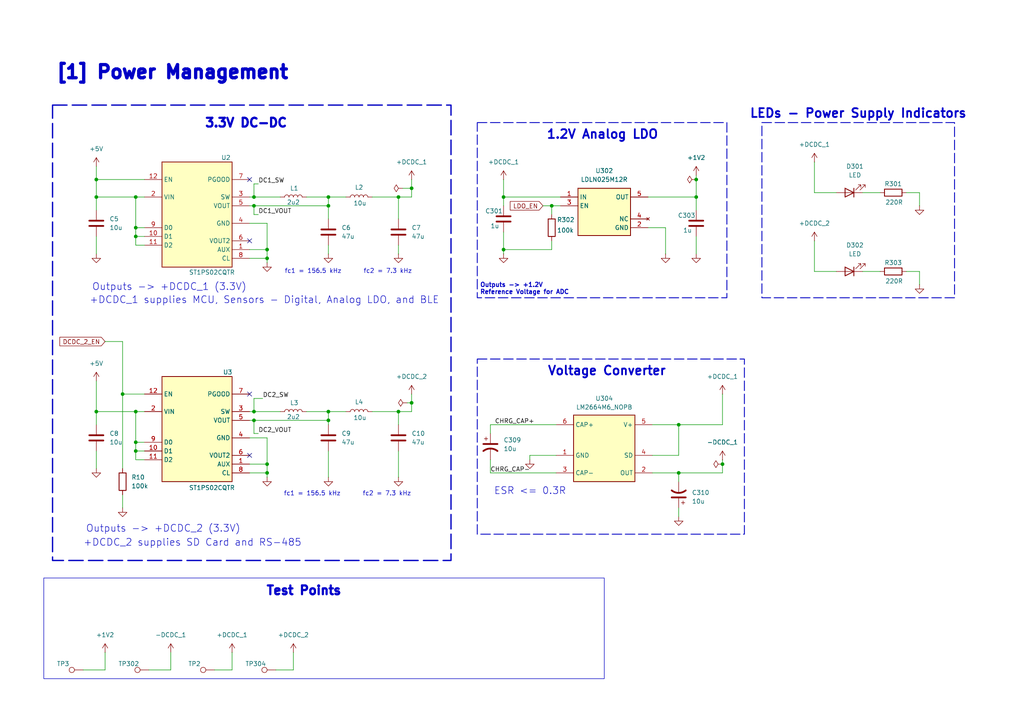
<source format=kicad_sch>
(kicad_sch (version 20231120) (generator "eeschema") (generator_version "8.0")
  (paper "A4")
  (lib_symbols
    (symbol "AMS-CM:ST1PS02CQTR"
      (property "Reference" "U" (at 8.89 16.256 0))
      (property "Value" "ST1PS02CQTR" (at 3.81 -17.78 0))
      (symbol "ST1PS02CQTR_1_1"
        (rectangle (start -10.16 13.97) (end 10.16 -16.51) (stroke (width 0.254)) (fill (type background)))
        (pin passive line (at 15.24 -11.43 180) (length 5.08) (name "AUX") (number "1"))
        (pin passive line (at -15.24 -7.62 0) (length 5.08) (name "D1") (number "10"))
        (pin passive line (at -15.24 -10.16 0) (length 5.08) (name "D2") (number "11"))
        (pin passive line (at -15.24 8.89 0) (length 5.08) (name "EN") (number "12"))
        (pin passive line (at -15.24 3.81 0) (length 5.08) (name "VIN") (number "2"))
        (pin passive line (at 15.24 3.81 180) (length 5.08) (name "SW") (number "3"))
        (pin passive line (at 15.24 -3.81 180) (length 5.08) (name "GND") (number "4"))
        (pin passive line (at 15.24 1.27 180) (length 5.08) (name "VOUT") (number "5"))
        (pin passive line (at 15.24 -8.89 180) (length 5.08) (name "VOUT2") (number "6"))
        (pin passive line (at 15.24 8.89 180) (length 5.08) (name "PGOOD") (number "7"))
        (pin passive line (at 15.24 -13.97 180) (length 5.08) (name "CL") (number "8"))
        (pin passive line (at -15.24 -5.08 0) (length 5.08) (name "D0") (number "9"))
      )
    )
    (symbol "Connector:TestPoint" (pin_numbers hide) (pin_names (offset 0.762) hide)
      (property "Reference" "TP" (at 0 6.858 0))
      (property "Value" "TestPoint" (at 0 5.08 0))
      (symbol "TestPoint_0_1"
        (circle (center 0 3.302) (radius 0.762))
      )
      (symbol "TestPoint_1_1"
        (pin passive line (at 0 0 90) (length 2.54) (name "1") (number "1"))
      )
    )
    (symbol "Device:C" (pin_numbers hide) (pin_names (offset 0.254))
      (property "Reference" "C" (at 0.635 2.54 0))
      (property "Value" "C" (at 0.635 -2.54 0))
      (symbol "C_0_1"
        (polyline (pts (xy -2.032 -0.762) (xy 2.032 -0.762)) (stroke (width 0.508)))
        (polyline (pts (xy -2.032 0.762) (xy 2.032 0.762)) (stroke (width 0.508)))
      )
      (symbol "C_1_1"
        (pin passive line (at 0 3.81 270) (length 2.794) (name "~") (number "1"))
        (pin passive line (at 0 -3.81 90) (length 2.794) (name "~") (number "2"))
      )
    )
    (symbol "Device:C_Polarized_US" (pin_numbers hide) (pin_names (offset 0.254) hide)
      (property "Reference" "C" (at 0.635 2.54 0))
      (property "Value" "C_Polarized_US" (at 0.635 -2.54 0))
      (symbol "C_Polarized_US_0_1"
        (polyline (pts (xy -2.032 0.762) (xy 2.032 0.762)) (stroke (width 0.508)))
        (polyline (pts (xy -1.778 2.286) (xy -0.762 2.286)))
        (polyline (pts (xy -1.27 1.778) (xy -1.27 2.794)))
        (arc (start 2.032 -1.27) (mid 0 -0.5572) (end -2.032 -1.27) (stroke (width 0.508)))
      )
      (symbol "C_Polarized_US_1_1"
        (pin passive line (at 0 3.81 270) (length 2.794) (name "~") (number "1"))
        (pin passive line (at 0 -3.81 90) (length 3.302) (name "~") (number "2"))
      )
    )
    (symbol "Device:L" (pin_numbers hide) (pin_names (offset 1.016) hide)
      (property "Reference" "L" (at -1.27 0 90))
      (property "Value" "L" (at 1.905 0 90))
      (symbol "L_0_1"
        (arc (start 0 -2.54) (mid 0.6323 -1.905) (end 0 -1.27))
        (arc (start 0 -1.27) (mid 0.6323 -0.635) (end 0 0))
        (arc (start 0 0) (mid 0.6323 0.635) (end 0 1.27))
        (arc (start 0 1.27) (mid 0.6323 1.905) (end 0 2.54))
      )
      (symbol "L_1_1"
        (pin passive line (at 0 3.81 270) (length 1.27) (name "1") (number "1"))
        (pin passive line (at 0 -3.81 90) (length 1.27) (name "2") (number "2"))
      )
    )
    (symbol "Device:LED" (pin_numbers hide) (pin_names (offset 1.016) hide)
      (property "Reference" "D" (at 0 2.54 0))
      (property "Value" "LED" (at 0 -2.54 0))
      (symbol "LED_0_1"
        (polyline (pts (xy -1.27 -1.27) (xy -1.27 1.27)) (stroke (width 0.254)))
        (polyline (pts (xy -1.27 0) (xy 1.27 0)))
        (polyline (pts (xy 1.27 -1.27) (xy 1.27 1.27) (xy -1.27 0) (xy 1.27 -1.27)) (stroke (width 0.254)))
        (polyline (pts (xy -3.048 -0.762) (xy -4.572 -2.286) (xy -3.81 -2.286) (xy -4.572 -2.286) (xy -4.572 -1.524)))
        (polyline (pts (xy -1.778 -0.762) (xy -3.302 -2.286) (xy -2.54 -2.286) (xy -3.302 -2.286) (xy -3.302 -1.524)))
      )
      (symbol "LED_1_1"
        (pin passive line (at -3.81 0 0) (length 2.54) (name "K") (number "1"))
        (pin passive line (at 3.81 0 180) (length 2.54) (name "A") (number "2"))
      )
    )
    (symbol "Device:R" (pin_numbers hide) (pin_names (offset 0))
      (property "Reference" "R" (at 2.032 0 90))
      (property "Value" "R" (at 0 0 90))
      (symbol "R_0_1"
        (rectangle (start -1.016 -2.54) (end 1.016 2.54) (stroke (width 0.254)))
      )
      (symbol "R_1_1"
        (pin passive line (at 0 3.81 270) (length 1.27) (name "~") (number "1"))
        (pin passive line (at 0 -3.81 90) (length 1.27) (name "~") (number "2"))
      )
    )
    (symbol "EMS:+1V2" (power) (pin_numbers hide) (pin_names (offset 0) hide) (in_bom no) (on_board no)
      (property "Value" "+1V2" (at 3.048 1.778 0))
      (symbol "+1V2_0_1"
        (polyline (pts (xy 0 2.54) (xy 0.762 1.27)))
        (polyline (pts (xy 0 0) (xy 0 2.54) (xy -0.762 1.27)))
      )
      (symbol "+1V2_1_1"
        (pin power_in line (at 0 0 90) (length 0) (name "~") (number "1"))
      )
    )
    (symbol "EMS:+DCDC_1" (power) (pin_numbers hide) (pin_names (offset 0) hide) (in_bom no) (on_board no)
      (property "Value" "+DCDC_1" (at -0.254 3.556 0))
      (symbol "+DCDC_1_0_1"
        (polyline (pts (xy 0 2.54) (xy 0.762 1.27)))
        (polyline (pts (xy 0 0) (xy 0 2.54) (xy -0.762 1.27)))
      )
      (symbol "+DCDC_1_1_1"
        (pin power_in line (at 0 0 90) (length 0) (name "~") (number "1"))
      )
    )
    (symbol "EMS:+DCDC_2" (power) (pin_numbers hide) (pin_names (offset 0) hide) (in_bom no) (on_board no)
      (property "Value" "+DCDC_2" (at 0 3.302 0))
      (symbol "+DCDC_2_0_1"
        (polyline (pts (xy 0 2.54) (xy 0.762 1.27)))
        (polyline (pts (xy 0 0) (xy 0 2.54) (xy -0.762 1.27)))
      )
      (symbol "+DCDC_2_1_1"
        (pin power_in line (at 0 0 90) (length 0) (name "~") (number "1"))
      )
    )
    (symbol "EMS:-DCDC_1" (power) (pin_numbers hide) (pin_names (offset 0) hide) (in_bom no) (on_board no)
      (property "Value" "-DCDC_1" (at -0.254 3.556 0))
      (symbol "-DCDC_1_0_1"
        (polyline (pts (xy 0 2.54) (xy 0.762 1.27)))
        (polyline (pts (xy 0 0) (xy 0 2.54) (xy -0.762 1.27)))
      )
      (symbol "-DCDC_1_1_1"
        (pin power_in line (at 0 0 90) (length 0) (name "~") (number "1"))
      )
    )
    (symbol "EMS:LDLN025M12R"
      (property "Reference" "U" (at 5.588 8.382 0))
      (property "Value" "LDLN025M12R" (at 2.794 -8.382 0))
      (symbol "LDLN025M12R_1_1"
        (rectangle (start -7.62 6.35) (end 7.62 -7.366) (stroke (width 0.254)) (fill (type background)))
        (pin passive line (at -12.7 3.81 0) (length 5.08) (name "IN") (number "1"))
        (pin passive line (at 12.7 -5.08 180) (length 5.08) (name "GND") (number "2"))
        (pin passive line (at -12.7 1.27 0) (length 5.08) (name "EN") (number "3"))
        (pin no_connect line (at 12.7 -2.54 180) (length 5.08) (name "NC") (number "4"))
        (pin passive line (at 12.7 3.81 180) (length 5.08) (name "OUT") (number "5"))
      )
    )
    (symbol "EMS:LM2664M6_NOPB"
      (property "Reference" "U" (at 7.366 12.192 0))
      (property "Value" "LM2664M6_NOPB" (at -1.016 -10.16 0))
      (symbol "LM2664M6_NOPB_1_1"
        (rectangle (start -8.89 10.414) (end 8.89 -8.89) (stroke (width 0.254)) (fill (type background)))
        (pin passive line (at -13.97 -1.27 0) (length 5.08) (name "GND") (number "1"))
        (pin passive line (at 13.97 -6.35 180) (length 5.08) (name "OUT") (number "2"))
        (pin passive line (at -13.97 -6.35 0) (length 5.08) (name "CAP-") (number "3"))
        (pin passive line (at 13.97 -1.27 180) (length 5.08) (name "SD") (number "4"))
        (pin passive line (at 13.97 7.62 180) (length 5.08) (name "V+") (number "5"))
        (pin passive line (at -13.97 7.62 0) (length 5.08) (name "CAP+") (number "6"))
      )
    )
    (symbol "power:+5V" (power) (pin_numbers hide) (pin_names (offset 0) hide)
      (property "Value" "+5V" (at 0 3.556 0))
      (symbol "+5V_0_1"
        (polyline (pts (xy -0.762 1.27) (xy 0 2.54)))
        (polyline (pts (xy 0 0) (xy 0 2.54)))
        (polyline (pts (xy 0 2.54) (xy 0.762 1.27)))
      )
      (symbol "+5V_1_1"
        (pin power_in line (at 0 0 90) (length 0) (name "~") (number "1"))
      )
    )
    (symbol "power:GND" (power) (pin_numbers hide) (pin_names (offset 0) hide)
      (property "Value" "GND" (at 0 -3.81 0))
      (symbol "GND_0_1"
        (polyline (pts (xy 0 0) (xy 0 -1.27) (xy 1.27 -1.27) (xy 0 -2.54) (xy -1.27 -1.27) (xy 0 -1.27)))
      )
      (symbol "GND_1_1"
        (pin power_in line (at 0 0 270) (length 0) (name "~") (number "1"))
      )
    )
    (symbol "power:PWR_FLAG" (power) (pin_numbers hide) (pin_names (offset 0) hide)
      (property "Value" "PWR_FLAG" (at 0 3.81 0))
      (symbol "PWR_FLAG_0_0"
        (pin power_out line (at 0 0 90) (length 0) (name "~") (number "1"))
      )
      (symbol "PWR_FLAG_0_1"
        (polyline (pts (xy 0 0) (xy 0 1.27) (xy -1.016 1.905) (xy 0 2.54) (xy 1.016 1.905) (xy 0 1.27)))
      )
    )
  )
  (junction (at 196.85 123.19))
  (junction (at 27.94 52.07))
  (junction (at 73.66 121.92))
  (junction (at 196.85 137.16))
  (junction (at 39.37 57.15))
  (junction (at 95.25 57.15))
  (junction (at 39.37 128.27))
  (junction (at 73.66 119.38))
  (junction (at 77.47 72.39))
  (junction (at 95.25 121.92))
  (junction (at 77.47 74.93))
  (junction (at 27.94 119.38))
  (junction (at 39.37 66.04))
  (junction (at 95.25 119.38))
  (junction (at 201.93 57.15))
  (junction (at 209.55 134.62))
  (junction (at 73.66 59.69))
  (junction (at 73.66 57.15))
  (junction (at 39.37 68.58))
  (junction (at 119.38 54.61))
  (junction (at 201.93 52.07))
  (junction (at 115.57 119.38))
  (junction (at 115.57 57.15))
  (junction (at 39.37 130.81))
  (junction (at 160.02 59.69))
  (junction (at 146.05 72.39))
  (junction (at 27.94 57.15))
  (junction (at 95.25 59.69))
  (junction (at 35.56 114.3))
  (junction (at 77.47 137.16))
  (junction (at 119.38 116.84))
  (junction (at 146.05 57.15))
  (junction (at 39.37 119.38))
  (junction (at 77.47 134.62))
  (no_connect (at 72.39 114.3))
  (no_connect (at 72.39 132.08))
  (no_connect (at 72.39 52.07))
  (no_connect (at 72.39 69.85))
  (wire (pts (xy 157.48 59.69) (xy 160.02 59.69)))
  (wire (pts (xy 146.05 72.39) (xy 146.05 73.66)))
  (wire (pts (xy 142.24 137.16) (xy 161.29 137.16)))
  (wire (pts (xy 80.01 194.31) (xy 85.09 194.31)))
  (wire (pts (xy 187.96 57.15) (xy 201.93 57.15)))
  (wire (pts (xy 73.66 115.57) (xy 73.66 119.38)))
  (wire (pts (xy 115.57 130.81) (xy 115.57 138.43)))
  (wire (pts (xy 73.66 121.92) (xy 95.25 121.92)))
  (wire (pts (xy 39.37 119.38) (xy 41.91 119.38)))
  (wire (pts (xy 262.89 55.88) (xy 266.7 55.88)))
  (wire (pts (xy 72.39 64.77) (xy 77.47 64.77)))
  (wire (pts (xy 35.56 114.3) (xy 41.91 114.3)))
  (wire (pts (xy 41.91 71.12) (xy 39.37 71.12)))
  (wire (pts (xy 35.56 114.3) (xy 35.56 135.89)))
  (wire (pts (xy 160.02 59.69) (xy 162.56 59.69)))
  (wire (pts (xy 119.38 119.38) (xy 119.38 116.84)))
  (wire (pts (xy 43.18 194.31) (xy 49.53 194.31)))
  (wire (pts (xy 41.91 128.27) (xy 39.37 128.27)))
  (wire (pts (xy 27.94 110.49) (xy 27.94 119.38)))
  (wire (pts (xy 72.39 127) (xy 77.47 127)))
  (wire (pts (xy 30.48 194.31) (xy 30.48 189.23)))
  (wire (pts (xy 85.09 194.31) (xy 85.09 189.23)))
  (wire (pts (xy 72.39 119.38) (xy 73.66 119.38)))
  (wire (pts (xy 41.91 133.35) (xy 39.37 133.35)))
  (wire (pts (xy 209.55 123.19) (xy 209.55 114.3)))
  (wire (pts (xy 146.05 57.15) (xy 162.56 57.15)))
  (wire (pts (xy 142.24 137.16) (xy 142.24 133.35)))
  (wire (pts (xy 77.47 74.93) (xy 77.47 76.2)))
  (wire (pts (xy 39.37 130.81) (xy 39.37 128.27)))
  (wire (pts (xy 72.39 57.15) (xy 73.66 57.15)))
  (wire (pts (xy 76.2 115.57) (xy 73.66 115.57)))
  (wire (pts (xy 41.91 68.58) (xy 39.37 68.58)))
  (wire (pts (xy 187.96 66.04) (xy 193.04 66.04)))
  (wire (pts (xy 262.89 78.74) (xy 266.7 78.74)))
  (wire (pts (xy 39.37 66.04) (xy 39.37 57.15)))
  (wire (pts (xy 73.66 53.34) (xy 73.66 57.15)))
  (wire (pts (xy 41.91 130.81) (xy 39.37 130.81)))
  (wire (pts (xy 73.66 57.15) (xy 81.28 57.15)))
  (wire (pts (xy 27.94 52.07) (xy 41.91 52.07)))
  (wire (pts (xy 196.85 147.32) (xy 196.85 149.86)))
  (wire (pts (xy 73.66 62.23) (xy 73.66 59.69)))
  (wire (pts (xy 201.93 57.15) (xy 201.93 52.07)))
  (wire (pts (xy 161.29 132.08) (xy 153.67 132.08)))
  (wire (pts (xy 77.47 72.39) (xy 77.47 74.93)))
  (wire (pts (xy 250.19 55.88) (xy 255.27 55.88)))
  (wire (pts (xy 119.38 54.61) (xy 119.38 57.15)))
  (wire (pts (xy 95.25 57.15) (xy 100.33 57.15)))
  (wire (pts (xy 142.24 123.19) (xy 142.24 125.73)))
  (wire (pts (xy 160.02 69.85) (xy 160.02 72.39)))
  (wire (pts (xy 189.23 137.16) (xy 196.85 137.16)))
  (wire (pts (xy 201.93 52.07) (xy 201.93 50.8)))
  (wire (pts (xy 242.57 55.88) (xy 236.22 55.88)))
  (wire (pts (xy 72.39 59.69) (xy 73.66 59.69)))
  (wire (pts (xy 209.55 133.35) (xy 209.55 134.62)))
  (wire (pts (xy 77.47 127) (xy 77.47 134.62)))
  (wire (pts (xy 119.38 116.84) (xy 119.38 114.3)))
  (wire (pts (xy 153.67 132.08) (xy 153.67 133.35)))
  (wire (pts (xy 107.95 57.15) (xy 115.57 57.15)))
  (wire (pts (xy 107.95 119.38) (xy 115.57 119.38)))
  (wire (pts (xy 115.57 119.38) (xy 119.38 119.38)))
  (wire (pts (xy 189.23 123.19) (xy 196.85 123.19)))
  (wire (pts (xy 35.56 143.51) (xy 35.56 147.32)))
  (wire (pts (xy 88.9 119.38) (xy 95.25 119.38)))
  (wire (pts (xy 146.05 57.15) (xy 146.05 59.69)))
  (wire (pts (xy 27.94 48.26) (xy 27.94 52.07)))
  (wire (pts (xy 39.37 71.12) (xy 39.37 68.58)))
  (wire (pts (xy 209.55 137.16) (xy 196.85 137.16)))
  (wire (pts (xy 30.48 99.06) (xy 35.56 99.06)))
  (wire (pts (xy 95.25 57.15) (xy 95.25 59.69)))
  (wire (pts (xy 189.23 132.08) (xy 196.85 132.08)))
  (wire (pts (xy 115.57 57.15) (xy 119.38 57.15)))
  (wire (pts (xy 49.53 194.31) (xy 49.53 189.23)))
  (wire (pts (xy 74.93 125.73) (xy 73.66 125.73)))
  (wire (pts (xy 146.05 67.31) (xy 146.05 72.39)))
  (wire (pts (xy 242.57 78.74) (xy 236.22 78.74)))
  (wire (pts (xy 74.93 53.34) (xy 73.66 53.34)))
  (wire (pts (xy 73.66 119.38) (xy 81.28 119.38)))
  (wire (pts (xy 67.31 194.31) (xy 67.31 189.23)))
  (wire (pts (xy 142.24 123.19) (xy 161.29 123.19)))
  (wire (pts (xy 27.94 52.07) (xy 27.94 57.15)))
  (wire (pts (xy 95.25 71.12) (xy 95.25 73.66)))
  (wire (pts (xy 146.05 52.07) (xy 146.05 57.15)))
  (wire (pts (xy 196.85 132.08) (xy 196.85 123.19)))
  (wire (pts (xy 39.37 133.35) (xy 39.37 130.81)))
  (wire (pts (xy 27.94 130.81) (xy 27.94 135.89)))
  (wire (pts (xy 236.22 55.88) (xy 236.22 46.99)))
  (wire (pts (xy 77.47 134.62) (xy 77.47 137.16)))
  (wire (pts (xy 115.57 71.12) (xy 115.57 73.66)))
  (wire (pts (xy 115.57 119.38) (xy 115.57 123.19)))
  (wire (pts (xy 72.39 72.39) (xy 77.47 72.39)))
  (wire (pts (xy 116.84 54.61) (xy 119.38 54.61)))
  (wire (pts (xy 27.94 57.15) (xy 39.37 57.15)))
  (wire (pts (xy 39.37 128.27) (xy 39.37 119.38)))
  (wire (pts (xy 193.04 66.04) (xy 193.04 73.66)))
  (wire (pts (xy 266.7 78.74) (xy 266.7 82.55)))
  (wire (pts (xy 118.11 116.84) (xy 119.38 116.84)))
  (wire (pts (xy 201.93 68.58) (xy 201.93 73.66)))
  (wire (pts (xy 236.22 78.74) (xy 236.22 69.85)))
  (wire (pts (xy 95.25 119.38) (xy 100.33 119.38)))
  (wire (pts (xy 77.47 137.16) (xy 77.47 138.43)))
  (wire (pts (xy 95.25 119.38) (xy 95.25 121.92)))
  (wire (pts (xy 74.93 62.23) (xy 73.66 62.23)))
  (wire (pts (xy 24.13 194.31) (xy 30.48 194.31)))
  (wire (pts (xy 209.55 134.62) (xy 209.55 137.16)))
  (wire (pts (xy 266.7 55.88) (xy 266.7 59.69)))
  (wire (pts (xy 72.39 137.16) (xy 77.47 137.16)))
  (wire (pts (xy 39.37 57.15) (xy 41.91 57.15)))
  (wire (pts (xy 115.57 57.15) (xy 115.57 63.5)))
  (wire (pts (xy 95.25 121.92) (xy 95.25 123.19)))
  (wire (pts (xy 41.91 66.04) (xy 39.37 66.04)))
  (wire (pts (xy 88.9 57.15) (xy 95.25 57.15)))
  (wire (pts (xy 196.85 123.19) (xy 209.55 123.19)))
  (wire (pts (xy 95.25 59.69) (xy 95.25 63.5)))
  (wire (pts (xy 160.02 72.39) (xy 146.05 72.39)))
  (wire (pts (xy 95.25 130.81) (xy 95.25 138.43)))
  (wire (pts (xy 119.38 52.07) (xy 119.38 54.61)))
  (wire (pts (xy 250.19 78.74) (xy 255.27 78.74)))
  (wire (pts (xy 77.47 64.77) (xy 77.47 72.39)))
  (wire (pts (xy 35.56 99.06) (xy 35.56 114.3)))
  (wire (pts (xy 201.93 57.15) (xy 201.93 60.96)))
  (wire (pts (xy 72.39 121.92) (xy 73.66 121.92)))
  (wire (pts (xy 27.94 57.15) (xy 27.94 60.96)))
  (wire (pts (xy 73.66 59.69) (xy 95.25 59.69)))
  (wire (pts (xy 62.23 194.31) (xy 67.31 194.31)))
  (wire (pts (xy 72.39 74.93) (xy 77.47 74.93)))
  (wire (pts (xy 196.85 137.16) (xy 196.85 139.7)))
  (wire (pts (xy 73.66 125.73) (xy 73.66 121.92)))
  (wire (pts (xy 27.94 119.38) (xy 39.37 119.38)))
  (wire (pts (xy 160.02 59.69) (xy 160.02 62.23)))
  (wire (pts (xy 27.94 68.58) (xy 27.94 73.66)))
  (wire (pts (xy 27.94 119.38) (xy 27.94 123.19)))
  (wire (pts (xy 72.39 134.62) (xy 77.47 134.62)))
  (wire (pts (xy 39.37 68.58) (xy 39.37 66.04)))
  (rectangle (start 138.43 104.14) (end 215.9 154.94) (stroke (width 0.254) (type dash)))
  (rectangle (start 138.43 35.56) (end 210.82 86.36) (stroke (width 0.254) (type dash)))
  (rectangle (start 220.98 35.56) (end 276.86 86.36) (stroke (width 0.254) (type dash)))
  (rectangle (start 12.7 167.64) (end 175.26 196.85))
  (rectangle (start 15.24 30.48) (end 130.81 162.56) (stroke (width 0.381) (type dash)))
  (text "3.3V DC-DC" (at 71.374 35.814 0) (effects (font (size 2.54 2.54) (thickness 0.762) (bold yes))))
  (text "1.2V Analog LDO" (at 174.752 39.116 0) (effects (font (size 2.54 2.54) (thickness 0.508) (bold yes))))
  (text "ESR <= 0.3R" (at 143.256 142.494 0) (effects (font (size 2.032 2.032)) (justify left)))
  (text "+DCDC_2 supplies SD Card and RS-485" (at 24.13 157.48 0) (effects (font (size 2.032 2.032)) (justify left)))
  (text "Outputs -> +DCDC_1 (3.3V)" (at 26.67 83.312 0) (effects (font (size 2.032 2.032)) (justify left)))
  (text "fc1 = 156.5 kHz" (at 82.55 78.74 0) (effects (font (size 1.27 1.27)) (justify left)))
  (text "+DCDC_1 supplies MCU, Sensors - Digital, Analog LDO, and BLE" (at 25.908 87.122 0) (effects (font (size 2.032 2.032)) (justify left)))
  (text "Voltage Converter" (at 176.022 107.696 0) (effects (font (size 2.54 2.54) (thickness 0.508) (bold yes))))
  (text "Outputs -> +DCDC_2 (3.3V)" (at 24.892 153.416 0) (effects (font (size 2.032 2.032)) (justify left)))
  (text "fc1 = 156.5 kHz" (at 82.296 143.256 0) (effects (font (size 1.27 1.27)) (justify left)))
  (text "[1] Power Management\n" (at 50.038 21.082 0) (effects (font (size 3.81 3.81) (thickness 1.016) (bold yes))))
  (text "Test Points" (at 88.138 171.45 0) (effects (font (size 2.54 2.54) (thickness 0.762) (bold yes))))
  (text "LEDs - Power Supply Indicators" (at 248.92 33.02 0) (effects (font (size 2.54 2.54) (thickness 0.508) (bold yes))))
  (text "fc2 = 7.3 kHz" (at 105.41 78.74 0) (effects (font (size 1.27 1.27)) (justify left)))
  (text "Outputs -> +1.2V \nReference Voltage for ADC" (at 139.192 83.82 0) (effects (font (size 1.27 1.27) (bold yes)) (justify left)))
  (text "fc2 = 7.3 kHz" (at 105.156 143.256 0) (effects (font (size 1.27 1.27)) (justify left)))
  (label "DC1_SW" (at 74.93 53.34 0))
  (label "DC1_VOUT" (at 74.93 62.23 0))
  (label "CHRG_CAP-" (at 142.24 137.16 0))
  (label "CHRG_CAP+" (at 143.51 123.19 0))
  (label "DC2_SW" (at 76.2 115.57 0))
  (label "DC2_VOUT" (at 74.93 125.73 0))
  (global_label "LDO_EN" (shape input) (at 157.48 59.69 180) (property "Intersheetrefs" "${INTERSHEET_REFS}" (effects (hide yes))))
  (global_label "DCDC_2_EN" (shape input) (at 30.48 99.06 180) (property "Intersheetrefs" "${INTERSHEET_REFS}" (effects (hide yes))))
  (symbol (lib_id "Connector:TestPoint") (at 80.01 194.31 90) (unit 1)
    (property "Reference" "TP304" (at 74.168 192.532 90))
    (property "Value" "TestPoint" (effects (hide yes)))
    (property "Footprint" "EMS:5000" (effects (hide yes)))
    (property "Datasheet" "https://www.mouser.com/datasheet/2/215/000-5004-741320.pdf" (effects (hide yes)))
    (property "Description" "test point" (effects (hide yes)))
    (property "Distributor_Link" "https://www.mouser.com/ProductDetail/Keystone-Electronics/5000?qs=q0tsjPZWdm%252B9SiiTAbEwUw%3D%3D" (effects (hide yes)))
    (property "Manufacturer_Name" "Keystone Electronics" (effects (hide yes)))
    (property "Manufacturer_Part_Number" "5000" (effects (hide yes)))
  )
  (symbol (lib_id "Device:L") (at 85.09 57.15 90) (unit 1)
    (property "Reference" "L1" (at 85.344 54.61 90))
    (property "Value" "2u2" (at 85.09 58.674 90))
    (property "Footprint" "Inductor_SMD:L_0603_1608Metric" (effects (hide yes)))
    (property "Datasheet" "https://www.mouser.com/datasheet/2/396/mlci11_e-1396627.pdf" (effects (hide yes)))
    (property "Description" "Inductor" (effects (hide yes)))
    (property "Distributor_Link" "https://www.mouser.com/ProductDetail/TAIYO-YUDEN/MCHK1608T2R2MKN?qs=hWgE7mdIu5TOfQbNfL22HA%3D%3D" (effects (hide yes)))
    (property "Manufacturer_Name" "TAIYO YUDEN" (effects (hide yes)))
    (property "Manufacturer_Part_Number" "MCHK1608T2R2MKN" (effects (hide yes)))
    (instances (project "" (path "" (reference "L1") (unit 1))) (project "" (path "" (reference "L301") (unit 1))))
  )
  (symbol (lib_id "Device:R") (at 35.56 139.7 0) (unit 1)
    (property "Reference" "R10" (at 38.1 138.4299 0) (effects (justify left)))
    (property "Value" "100k" (at 38.1 140.9699 0) (effects (justify left)))
    (property "Footprint" "Resistor_SMD:R_0603_1608Metric" (effects (hide yes)))
    (property "Datasheet" "https://www.vishay.com/doc?20035" (effects (hide yes)))
    (property "Description" "Resistor" (effects (hide yes)))
    (property "Distributor_Link" "https://www.mouser.com/ProductDetail/Vishay-Dale/CRCW0603100KFKEE?qs=%252B6g0mu59x7I1D%252BO0qMg%252Bjg%3D%3D" (effects (hide yes)))
    (property "Manufacturer_Name" "Vishay/Dale" (effects (hide yes)))
    (property "Manufacturer_Part_Number" "CRCW0603100KFKEE" (effects (hide yes)))
    (instances (project "AcousticMonitoringSystem" (path "" (reference "R10") (unit 1))) (project "" (path "" (reference "R304") (unit 1))))
  )
  (symbol (lib_id "EMS:LDLN025M12R") (at 175.26 60.96 0) (unit 1)
    (property "Reference" "U302" (at 175.26 49.53 0))
    (property "Value" "LDLN025M12R" (at 175.26 52.07 0))
    (property "Footprint" "EMS:LDLN025M12R-SOT-23-5" (effects (hide yes)))
    (property "Datasheet" "https://www.st.com/resource/en/datasheet/ldln025.pdf" (effects (hide yes)))
    (property "Description" "250 mA ultra-low noise LDO" (effects (hide yes)))
    (property "Height" "1.45" (effects (hide yes)))
    (property "Mouser Part Number" "511-LDLN025M12R" (effects (hide yes)))
    (property "Mouser Price/Stock" "https://www.mouser.co.uk/ProductDetail/STMicroelectronics/LDLN025M12R?qs=5aG0NVq1C4zrayTBALXrUQ%3D%3D" (effects (hide yes)))
    (property "Manufacturer_Name" "STMicroelectronics" (effects (hide yes)))
    (property "Manufacturer_Part_Number" "LDLN025M12R" (effects (hide yes)))
    (property "Distributor_Link" "https://www.mouser.co.uk/ProductDetail/STMicroelectronics/LDLN025M12R?qs=5aG0NVq1C4zrayTBALXrUQ%3D%3D" (effects (hide yes)))
  )
  (symbol (lib_id "Connector:TestPoint") (at 43.18 194.31 90) (unit 1)
    (property "Reference" "TP302" (at 37.338 192.532 90))
    (property "Value" "TestPoint" (effects (hide yes)))
    (property "Footprint" "EMS:5000" (effects (hide yes)))
    (property "Datasheet" "https://www.mouser.com/datasheet/2/215/000-5004-741320.pdf" (effects (hide yes)))
    (property "Description" "test point" (effects (hide yes)))
    (property "Distributor_Link" "https://www.mouser.com/ProductDetail/Keystone-Electronics/5000?qs=q0tsjPZWdm%252B9SiiTAbEwUw%3D%3D" (effects (hide yes)))
    (property "Manufacturer_Name" "Keystone Electronics" (effects (hide yes)))
    (property "Manufacturer_Part_Number" "5000" (effects (hide yes)))
  )
  (symbol (lib_id "Device:L") (at 85.09 119.38 90) (unit 1)
    (property "Reference" "L3" (at 85.344 116.84 90))
    (property "Value" "2u2" (at 85.09 120.904 90))
    (property "Footprint" "Inductor_SMD:L_0603_1608Metric" (effects (hide yes)))
    (property "Datasheet" "https://www.mouser.com/datasheet/2/396/mlci11_e-1396627.pdf" (effects (hide yes)))
    (property "Description" "Inductor" (effects (hide yes)))
    (property "Distributor_Link" "https://www.mouser.com/ProductDetail/TAIYO-YUDEN/MCHK1608T2R2MKN?qs=hWgE7mdIu5TOfQbNfL22HA%3D%3D" (effects (hide yes)))
    (property "Manufacturer_Name" "TAIYO YUDEN" (effects (hide yes)))
    (property "Manufacturer_Part_Number" "MCHK1608T2R2MKN" (effects (hide yes)))
    (instances (project "AcousticMonitoringSystem" (path "" (reference "L3") (unit 1))) (project "" (path "" (reference "L303") (unit 1))))
  )
  (symbol (lib_id "EMS:+DCDC_1") (at 119.38 52.07 0) (unit 1) (in_bom no) (on_board no)
    (property "Reference" "#PWR023" (effects (hide yes)))
    (property "Value" "+DCDC_1" (at 119.38 46.99 0))
    (property "Description" "Power supply \"+DCDC_1V\"" (effects (hide yes)))
    (instances (project "AcousticMonitoringSystem" (path "" (reference "#PWR023") (unit 1))) (project "" (path "" (reference "#PWR0304") (unit 1))))
  )
  (symbol (lib_id "EMS:+DCDC_2") (at 85.09 189.23 0) (unit 1) (in_bom no) (on_board no)
    (property "Reference" "#PWR0330" (effects (hide yes)))
    (property "Value" "+DCDC_2" (at 85.09 184.15 0))
    (property "Description" "Power symbol for \"+DCDC_2V\"" (effects (hide yes)))
  )
  (symbol (lib_id "Device:LED") (at 246.38 55.88 180) (unit 1)
    (property "Reference" "D301" (at 247.9675 48.26 0))
    (property "Value" "LED" (at 247.9675 50.8 0))
    (property "Footprint" "LED_SMD:LED_0402_1005Metric" (effects (hide yes)))
    (property "Datasheet" "https://www.we-online.com/components/products/datasheet/150040RS73240.pdf" (effects (hide yes)))
    (property "Description" "Light emitting diode" (effects (hide yes)))
    (property "Distributor_Link" "https://www.mouser.com/ProductDetail/Wurth-Elektronik/150040RS73240?qs=8Aam6%252B7C6HGMiInmnlrBiw%3D%3D" (effects (hide yes)))
    (property "Manufacturer_Name" "Wurth Elektronik" (effects (hide yes)))
    (property "Manufacturer_Part_Number" "150040RS73240 " (effects (hide yes)))
  )
  (symbol (lib_id "power:GND") (at 115.57 138.43 0) (unit 1)
    (property "Reference" "#PWR030" (effects (hide yes)))
    (property "Value" "GND" (effects (hide yes)))
    (property "Description" "Power symbol creates a global label with name \"GND\" , ground" (effects (hide yes)))
    (instances (project "AcousticMonitoringSystem" (path "" (reference "#PWR030") (unit 1))) (project "" (path "" (reference "#PWR0324") (unit 1))))
  )
  (symbol (lib_id "EMS:-DCDC_1") (at 209.55 133.35 0) (unit 1) (in_bom no) (on_board no)
    (property "Reference" "#PWR0320" (effects (hide yes)))
    (property "Value" "-DCDC_1" (at 209.55 128.27 0))
    (property "Description" "Power supply \"-DCDC_1V\"" (effects (hide yes)))
  )
  (symbol (lib_id "power:PWR_FLAG") (at 116.84 54.61 90) (unit 1)
    (property "Reference" "#FLG015" (effects (hide yes)))
    (property "Value" "PWR_FLAG" (effects (hide yes)))
    (property "Description" "Special symbol for telling ERC where power comes from" (effects (hide yes)))
    (instances (project "AcousticMonitoringSystem" (path "" (reference "#FLG015") (unit 1))) (project "" (path "" (reference "#FLG0302") (unit 1))))
  )
  (symbol (lib_id "EMS:+1V2") (at 30.48 189.23 0) (unit 1) (in_bom no) (on_board no)
    (property "Reference" "#PWR0327" (effects (hide yes)))
    (property "Value" "+1V2" (at 30.48 184.15 0))
    (property "Description" "Power symbol for \"+1V2\"" (effects (hide yes)))
  )
  (symbol (lib_id "power:GND") (at 201.93 73.66 0) (unit 1)
    (property "Reference" "#PWR0312" (effects (hide yes)))
    (property "Value" "GND" (effects (hide yes)))
    (property "Description" "Power symbol creates a global label with name \"GND\" , ground" (effects (hide yes)))
  )
  (symbol (lib_id "Device:C") (at 95.25 127 0) (unit 1)
    (property "Reference" "C9" (at 99.06 125.7299 0) (effects (justify left)))
    (property "Value" "47u" (at 99.06 128.2699 0) (effects (justify left)))
    (property "Footprint" "Capacitor_SMD:C_0603_1608Metric" (effects (hide yes)))
    (property "Datasheet" "https://www.mouser.com/datasheet/2/40/cx5r_KGM-3223198.pdf" (effects (hide yes)))
    (property "Description" "Unpolarized capacitor" (effects (hide yes)))
    (property "Distributor_Link" "https://www.mouser.com/ProductDetail/KYOCERA-AVX/KGM15CR50J476MT?qs=Jm2GQyTW%2FbjG5%252BWRMk5Okw%3D%3D" (effects (hide yes)))
    (property "Manufacturer_Name" "KYOCERA AVX " (effects (hide yes)))
    (property "Manufacturer_Part_Number" "KGM15CR50J476MT" (effects (hide yes)))
    (instances (project "AcousticMonitoringSystem" (path "" (reference "C9") (unit 1))) (project "" (path "" (reference "C307") (unit 1))))
  )
  (symbol (lib_id "Device:C") (at 27.94 64.77 0) (unit 1)
    (property "Reference" "C5" (at 31.75 63.4999 0) (effects (justify left)))
    (property "Value" "10u" (at 31.75 66.0399 0) (effects (justify left)))
    (property "Footprint" "Capacitor_SMD:C_0603_1608Metric" (effects (hide yes)))
    (property "Datasheet" "https://www.mouser.com/datasheet/2/40/cx5r_KGM-3223198.pdf" (effects (hide yes)))
    (property "Description" "Unpolarized capacitor" (effects (hide yes)))
    (property "Distributor_Link" "https://www.mouser.com/ProductDetail/KYOCERA-AVX/KGM15CR51A106KT?qs=Jm2GQyTW%2FbjXWeIrE371aQ%3D%3D" (effects (hide yes)))
    (property "Manufacturer_Name" "KYOCERA AVX" (effects (hide yes)))
    (property "Manufacturer_Part_Number" "KGM15CR51A106KT" (effects (hide yes)))
    (instances (project "AcousticMonitoringSystem" (path "" (reference "C5") (unit 1))) (project "" (path "" (reference "C302") (unit 1))))
  )
  (symbol (lib_id "Device:C") (at 115.57 127 0) (unit 1)
    (property "Reference" "C10" (at 119.38 125.7299 0) (effects (justify left)))
    (property "Value" "47u" (at 119.38 128.2699 0) (effects (justify left)))
    (property "Footprint" "Capacitor_SMD:C_0603_1608Metric" (effects (hide yes)))
    (property "Datasheet" "https://www.mouser.com/datasheet/2/40/cx5r_KGM-3223198.pdf" (effects (hide yes)))
    (property "Description" "Unpolarized capacitor" (effects (hide yes)))
    (property "Distributor_Link" "https://www.mouser.com/ProductDetail/KYOCERA-AVX/KGM15CR50J476MT?qs=Jm2GQyTW%2FbjG5%252BWRMk5Okw%3D%3D" (effects (hide yes)))
    (property "Manufacturer_Name" "KYOCERA AVX " (effects (hide yes)))
    (property "Manufacturer_Part_Number" "KGM15CR50J476MT" (effects (hide yes)))
    (instances (project "AcousticMonitoringSystem" (path "" (reference "C10") (unit 1))) (project "" (path "" (reference "C308") (unit 1))))
  )
  (symbol (lib_id "EMS:+1V2") (at 201.93 50.8 0) (unit 1) (in_bom no) (on_board no)
    (property "Reference" "#PWR0302" (effects (hide yes)))
    (property "Value" "+1V2" (at 201.93 45.72 0))
    (property "Description" "Power symbol for \"+1V2\"" (effects (hide yes)))
  )
  (symbol (lib_id "Device:LED") (at 246.38 78.74 180) (unit 1)
    (property "Reference" "D302" (at 247.9675 71.12 0))
    (property "Value" "LED" (at 247.9675 73.66 0))
    (property "Footprint" "LED_SMD:LED_0402_1005Metric" (effects (hide yes)))
    (property "Datasheet" "https://www.we-online.com/components/products/datasheet/150040RS73240.pdf" (effects (hide yes)))
    (property "Description" "Light emitting diode" (effects (hide yes)))
    (property "Distributor_Link" "https://www.mouser.com/ProductDetail/Wurth-Elektronik/150040RS73240?qs=8Aam6%252B7C6HGMiInmnlrBiw%3D%3D" (effects (hide yes)))
    (property "Manufacturer_Name" "Wurth Elektronik" (effects (hide yes)))
    (property "Manufacturer_Part_Number" "150040RS73240 " (effects (hide yes)))
  )
  (symbol (lib_id "Device:R") (at 160.02 66.04 180) (unit 1)
    (property "Reference" "R302" (at 161.544 63.754 0) (effects (justify right)))
    (property "Value" "100k" (at 161.544 66.802 0) (effects (justify right)))
    (property "Footprint" "Resistor_SMD:R_0603_1608Metric" (effects (hide yes)))
    (property "Datasheet" "https://www.vishay.com/doc?20035" (effects (hide yes)))
    (property "Description" "Resistor" (effects (hide yes)))
    (property "Distributor_Link" "https://www.mouser.com/ProductDetail/Vishay-Dale/CRCW0603100KFKEE?qs=%252B6g0mu59x7I1D%252BO0qMg%252Bjg%3D%3D" (effects (hide yes)))
    (property "Manufacturer_Name" "Vishay/Dale" (effects (hide yes)))
    (property "Manufacturer_Part_Number" "CRCW0603100KFKEE" (effects (hide yes)))
  )
  (symbol (lib_id "power:GND") (at 115.57 73.66 0) (unit 1)
    (property "Reference" "#PWR025" (effects (hide yes)))
    (property "Value" "GND" (effects (hide yes)))
    (property "Description" "Power symbol creates a global label with name \"GND\" , ground" (effects (hide yes)))
    (instances (project "AcousticMonitoringSystem" (path "" (reference "#PWR025") (unit 1))) (project "" (path "" (reference "#PWR0309") (unit 1))))
  )
  (symbol (lib_id "Device:C_Polarized_US") (at 142.24 129.54 0) (unit 1)
    (property "Reference" "C309" (at 146.05 127.6349 0) (effects (justify left)))
    (property "Value" "10u" (at 146.05 130.1749 0) (effects (justify left)))
    (property "Footprint" "EMS:10SVPS10M" (effects (hide yes)))
    (property "Datasheet" "https://www.mouser.com/datasheet/2/315/AAB8000C232-1131435.pdf" (effects (hide yes)))
    (property "Description" "Polarized capacitor, US symbol" (effects (hide yes)))
    (property "Manufacturer_Name" "Panasonic" (effects (hide yes)))
    (property "Manufacturer_Part_Number" "10SVPS10M" (effects (hide yes)))
    (property "Distributor_Link" "https://www.mouser.com/ProductDetail/Panasonic/10SVPS10M?qs=ZsfFHnjSocuoc6qZXKY4bQ%3D%3D" (effects (hide yes)))
  )
  (symbol (lib_id "Device:C") (at 115.57 67.31 0) (unit 1)
    (property "Reference" "C7" (at 119.38 66.0399 0) (effects (justify left)))
    (property "Value" "47u" (at 119.38 68.5799 0) (effects (justify left)))
    (property "Footprint" "Capacitor_SMD:C_0603_1608Metric" (effects (hide yes)))
    (property "Datasheet" "https://www.mouser.com/datasheet/2/40/cx5r_KGM-3223198.pdf" (effects (hide yes)))
    (property "Description" "Unpolarized capacitor" (effects (hide yes)))
    (property "Distributor_Link" "https://www.mouser.com/ProductDetail/KYOCERA-AVX/KGM15CR50J476MT?qs=Jm2GQyTW%2FbjG5%252BWRMk5Okw%3D%3D" (effects (hide yes)))
    (property "Manufacturer_Name" "KYOCERA AVX " (effects (hide yes)))
    (property "Manufacturer_Part_Number" "KGM15CR50J476MT" (effects (hide yes)))
    (instances (project "AcousticMonitoringSystem" (path "" (reference "C7") (unit 1))) (project "" (path "" (reference "C305") (unit 1))))
  )
  (symbol (lib_id "power:GND") (at 266.7 82.55 0) (unit 1)
    (property "Reference" "#PWR0315" (effects (hide yes)))
    (property "Value" "GND" (effects (hide yes)))
    (property "Description" "Power symbol creates a global label with name \"GND\" , ground" (effects (hide yes)))
  )
  (symbol (lib_id "EMS:+DCDC_1") (at 236.22 46.99 0) (unit 1) (in_bom no) (on_board no)
    (property "Reference" "#PWR0303" (effects (hide yes)))
    (property "Value" "+DCDC_1" (at 236.22 41.91 0))
    (property "Description" "Power supply \"+DCDC_1V\"" (effects (hide yes)))
  )
  (symbol (lib_id "EMS:+DCDC_1") (at 67.31 189.23 0) (unit 1) (in_bom no) (on_board no)
    (property "Reference" "#PWR038" (effects (hide yes)))
    (property "Value" "+DCDC_1" (at 67.31 184.15 0))
    (property "Description" "Power supply \"+DCDC_1V\"" (effects (hide yes)))
    (instances (project "AcousticMonitoringSystem" (path "" (reference "#PWR038") (unit 1))) (project "" (path "" (reference "#PWR0329") (unit 1))))
  )
  (symbol (lib_id "EMS:LM2664M6_NOPB") (at 175.26 130.81 0) (unit 1)
    (property "Reference" "U304" (at 175.26 115.57 0))
    (property "Value" "LM2664M6_NOPB" (at 175.26 118.11 0))
    (property "Footprint" "EMS:LM2664M6_NOPB-SOT-23-6" (effects (hide yes)))
    (property "Datasheet" "https://datasheet.datasheetarchive.com/originals/distributors/Datasheets-SFU2/DSASFU100036515.pdf" (effects (hide yes)))
    (property "Description" "1.8V to 5.5Vin Switched Capacitor Voltage Converter" (effects (hide yes)))
    (property "Height" "1.45" (effects (hide yes)))
    (property "Mouser Part Number" "926-LM2664M6/NOPB" (effects (hide yes)))
    (property "Mouser Price/Stock" "https://www.mouser.co.uk/ProductDetail/Texas-Instruments/LM2664M6-NOPB?qs=X1J7HmVL2ZFqN%2Fb7EAhtIA%3D%3D" (effects (hide yes)))
    (property "Manufacturer_Name" "Texas Instruments" (effects (hide yes)))
    (property "Manufacturer_Part_Number" "LM2664M6/NOPB" (effects (hide yes)))
    (property "Distributor_Link" "https://www.mouser.co.uk/ProductDetail/Texas-Instruments/LM2664M6-NOPB?qs=X1J7HmVL2ZFqN%2Fb7EAhtIA%3D%3D" (effects (hide yes)))
  )
  (symbol (lib_id "power:GND") (at 193.04 73.66 0) (unit 1)
    (property "Reference" "#PWR0311" (effects (hide yes)))
    (property "Value" "GND" (effects (hide yes)))
    (property "Description" "Power symbol creates a global label with name \"GND\" , ground" (effects (hide yes)))
  )
  (symbol (lib_id "Device:C") (at 27.94 127 0) (unit 1)
    (property "Reference" "C8" (at 31.75 125.7299 0) (effects (justify left)))
    (property "Value" "10u" (at 31.75 128.2699 0) (effects (justify left)))
    (property "Footprint" "Capacitor_SMD:C_0603_1608Metric" (effects (hide yes)))
    (property "Datasheet" "https://www.mouser.com/datasheet/2/40/cx5r_KGM-3223198.pdf" (effects (hide yes)))
    (property "Description" "Unpolarized capacitor" (effects (hide yes)))
    (property "Distributor_Link" "https://www.mouser.com/ProductDetail/KYOCERA-AVX/KGM15CR51A106KT?qs=Jm2GQyTW%2FbjXWeIrE371aQ%3D%3D" (effects (hide yes)))
    (property "Manufacturer_Name" "KYOCERA AVX" (effects (hide yes)))
    (property "Manufacturer_Part_Number" "KGM15CR51A106KT" (effects (hide yes)))
    (instances (project "AcousticMonitoringSystem" (path "" (reference "C8") (unit 1))) (project "" (path "" (reference "C306") (unit 1))))
  )
  (symbol (lib_id "Device:C") (at 201.93 64.77 0) (unit 1)
    (property "Reference" "C303" (at 196.596 62.484 0) (effects (justify left)))
    (property "Value" "1u" (at 198.12 66.802 0) (effects (justify left)))
    (property "Footprint" "Capacitor_SMD:C_0402_1005Metric" (effects (hide yes)))
    (property "Datasheet" "https://www.mouser.com/datasheet/2/40/KGM_X7R-3223212.pdf" (effects (hide yes)))
    (property "Description" "Unpolarized capacitor" (effects (hide yes)))
    (property "Distributor_Link" "https://www.mouser.com/ProductDetail/KYOCERA-AVX/KGM05AR70J105KH?qs=Jm2GQyTW%2FbhjbEFVB5FesQ%3D%3D" (effects (hide yes)))
    (property "Manufacturer_Name" "KYOCERA AVX " (effects (hide yes)))
    (property "Manufacturer_Part_Number" "KGM05AR70J105KH" (effects (hide yes)))
  )
  (symbol (lib_id "power:GND") (at 35.56 147.32 0) (unit 1)
    (property "Reference" "#PWR032" (effects (hide yes)))
    (property "Value" "GND" (effects (hide yes)))
    (property "Description" "Power symbol creates a global label with name \"GND\" , ground" (effects (hide yes)))
    (instances (project "AcousticMonitoringSystem" (path "" (reference "#PWR032") (unit 1))) (project "" (path "" (reference "#PWR0325") (unit 1))))
  )
  (symbol (lib_id "power:GND") (at 196.85 149.86 0) (unit 1)
    (property "Reference" "#PWR0326" (effects (hide yes)))
    (property "Value" "GND" (effects (hide yes)))
    (property "Description" "Power symbol creates a global label with name \"GND\" , ground" (effects (hide yes)))
  )
  (symbol (lib_id "power:+5V") (at 27.94 110.49 0) (unit 1)
    (property "Reference" "#PWR0316" (effects (hide yes)))
    (property "Value" "+5V" (at 27.94 105.41 0))
    (property "Description" "Power symbol creates a global label with name \"+5V\"" (effects (hide yes)))
  )
  (symbol (lib_id "EMS:+DCDC_2") (at 236.22 69.85 0) (unit 1) (in_bom no) (on_board no)
    (property "Reference" "#PWR0313" (effects (hide yes)))
    (property "Value" "+DCDC_2" (at 236.22 64.77 0))
    (property "Description" "Power symbol for \"+DCDC_2V\"" (effects (hide yes)))
  )
  (symbol (lib_id "EMS:-DCDC_1") (at 49.53 189.23 0) (unit 1) (in_bom no) (on_board no)
    (property "Reference" "#PWR0328" (effects (hide yes)))
    (property "Value" "-DCDC_1" (at 49.53 184.15 0))
    (property "Description" "Power supply \"-DCDC_1V\"" (effects (hide yes)))
  )
  (symbol (lib_id "Connector:TestPoint") (at 62.23 194.31 90) (unit 1)
    (property "Reference" "TP2" (at 56.388 192.532 90))
    (property "Value" "TestPoint" (effects (hide yes)))
    (property "Footprint" "EMS:5000" (effects (hide yes)))
    (property "Datasheet" "https://www.mouser.com/datasheet/2/215/000-5004-741320.pdf" (effects (hide yes)))
    (property "Description" "test point" (effects (hide yes)))
    (property "Distributor_Link" "https://www.mouser.com/ProductDetail/Keystone-Electronics/5000?qs=q0tsjPZWdm%252B9SiiTAbEwUw%3D%3D" (effects (hide yes)))
    (property "Manufacturer_Name" "Keystone Electronics" (effects (hide yes)))
    (property "Manufacturer_Part_Number" "5000" (effects (hide yes)))
    (instances (project "AcousticMonitoringSystem" (path "" (reference "TP2") (unit 1))) (project "" (path "" (reference "TP303") (unit 1))))
  )
  (symbol (lib_id "power:+5V") (at 27.94 48.26 0) (unit 1)
    (property "Reference" "#PWR0301" (effects (hide yes)))
    (property "Value" "+5V" (at 27.94 43.18 0))
    (property "Description" "Power symbol creates a global label with name \"+5V\"" (effects (hide yes)))
  )
  (symbol (lib_id "Connector:TestPoint") (at 24.13 194.31 90) (unit 1)
    (property "Reference" "TP3" (at 18.288 192.532 90))
    (property "Value" "TestPoint" (effects (hide yes)))
    (property "Footprint" "EMS:5000" (effects (hide yes)))
    (property "Datasheet" "https://www.mouser.com/datasheet/2/215/000-5004-741320.pdf" (effects (hide yes)))
    (property "Description" "test point" (effects (hide yes)))
    (property "Distributor_Link" "https://www.mouser.com/ProductDetail/Keystone-Electronics/5000?qs=q0tsjPZWdm%252B9SiiTAbEwUw%3D%3D" (effects (hide yes)))
    (property "Manufacturer_Name" "Keystone Electronics" (effects (hide yes)))
    (property "Manufacturer_Part_Number" "5000" (effects (hide yes)))
    (instances (project "AcousticMonitoringSystem" (path "" (reference "TP3") (unit 1))) (project "" (path "" (reference "TP301") (unit 1))))
  )
  (symbol (lib_id "Device:L") (at 104.14 119.38 90) (unit 1)
    (property "Reference" "L4" (at 104.14 116.586 90))
    (property "Value" "10u" (at 104.394 121.158 90))
    (property "Footprint" "Inductor_SMD:L_0805_2012Metric" (effects (hide yes)))
    (property "Datasheet" "https://www.mouser.com/datasheet/2/281/JELF243B-0017-1699577.pdf" (effects (hide yes)))
    (property "Description" "Inductor" (effects (hide yes)))
    (property "Distributor_Link" "https://www.mouser.com/ProductDetail/Murata-Electronics/LQM21FN100M80L?qs=%2F%252BYoplLUB5jHVlRNWlo0OQ%3D%3D" (effects (hide yes)))
    (property "Manufacturer_Name" "Murata Electronics" (effects (hide yes)))
    (property "Manufacturer_Part_Number" "LQM21FN100M80L" (effects (hide yes)))
    (instances (project "AcousticMonitoringSystem" (path "" (reference "L4") (unit 1))) (project "" (path "" (reference "L304") (unit 1))))
  )
  (symbol (lib_id "power:PWR_FLAG") (at 201.93 52.07 90) (unit 1)
    (property "Reference" "#FLG0301" (effects (hide yes)))
    (property "Value" "PWR_FLAG" (effects (hide yes)))
    (property "Description" "Special symbol for telling ERC where power comes from" (effects (hide yes)))
  )
  (symbol (lib_id "EMS:+DCDC_2") (at 119.38 114.3 0) (unit 1) (in_bom no) (on_board no)
    (property "Reference" "#PWR031" (effects (hide yes)))
    (property "Value" "+DCDC_2" (at 119.38 109.22 0))
    (property "Description" "Power symbol for \"+DCDC_2V\"" (effects (hide yes)))
    (instances (project "" (path "" (reference "#PWR031") (unit 1))) (project "" (path "" (reference "#PWR0317") (unit 1))))
  )
  (symbol (lib_id "power:GND") (at 153.67 133.35 0) (unit 1)
    (property "Reference" "#PWR0319" (effects (hide yes)))
    (property "Value" "GND" (effects (hide yes)))
    (property "Description" "Power symbol creates a global label with name \"GND\" , ground" (effects (hide yes)))
  )
  (symbol (lib_id "power:GND") (at 77.47 138.43 0) (unit 1)
    (property "Reference" "#PWR028" (effects (hide yes)))
    (property "Value" "GND" (effects (hide yes)))
    (property "Description" "Power symbol creates a global label with name \"GND\" , ground" (effects (hide yes)))
    (instances (project "AcousticMonitoringSystem" (path "" (reference "#PWR028") (unit 1))) (project "" (path "" (reference "#PWR0322") (unit 1))))
  )
  (symbol (lib_id "AMS-CM:ST1PS02CQTR") (at 57.15 123.19 0) (unit 1)
    (property "Reference" "U3" (at 66.04 107.95 0))
    (property "Value" "ST1PS02CQTR" (at 61.468 141.478 0))
    (property "Footprint" "EMS:ST1PS02CQTR" (effects (hide yes)))
    (property "Datasheet" "https://www.st.com/en/power-management/st1ps02.html" (effects (hide yes)))
    (property "Description" "Switching Voltage Regulators 400mA Nano-Quiescent Synchronous step-down converter digital volt Power Good AUX" (effects (hide yes)))
    (property "Height" "0.55" (effects (hide yes)))
    (property "Mouser Part Number" "511-ST1PS02CQTR" (effects (hide yes)))
    (property "Mouser Price/Stock" "https://www.mouser.co.uk/ProductDetail/STMicroelectronics/ST1PS02CQTR?qs=sPbYRqrBIVkrGj42PMRzhg%3D%3D" (effects (hide yes)))
    (property "Manufacturer_Name" "STMicroelectronics" (effects (hide yes)))
    (property "Manufacturer_Part_Number" "ST1PS02CQTR" (effects (hide yes)))
    (property "Distributor_Link" "https://www.mouser.co.uk/ProductDetail/STMicroelectronics/ST1PS02CQTR?qs=sPbYRqrBIVkrGj42PMRzhg%3D%3D" (effects (hide yes)))
    (instances (project "AcousticMonitoringSystem" (path "" (reference "U3") (unit 1))) (project "" (path "" (reference "U303") (unit 1))))
  )
  (symbol (lib_id "Device:C") (at 95.25 67.31 0) (unit 1)
    (property "Reference" "C6" (at 99.06 66.0399 0) (effects (justify left)))
    (property "Value" "47u" (at 99.06 68.5799 0) (effects (justify left)))
    (property "Footprint" "Capacitor_SMD:C_0603_1608Metric" (effects (hide yes)))
    (property "Datasheet" "https://www.mouser.com/datasheet/2/40/cx5r_KGM-3223198.pdf" (effects (hide yes)))
    (property "Description" "Unpolarized capacitor" (effects (hide yes)))
    (property "Distributor_Link" "https://www.mouser.com/ProductDetail/KYOCERA-AVX/KGM15CR50J476MT?qs=Jm2GQyTW%2FbjG5%252BWRMk5Okw%3D%3D" (effects (hide yes)))
    (property "Manufacturer_Name" "KYOCERA AVX " (effects (hide yes)))
    (property "Manufacturer_Part_Number" "KGM15CR50J476MT" (effects (hide yes)))
    (instances (project "AcousticMonitoringSystem" (path "" (reference "C6") (unit 1))) (project "" (path "" (reference "C304") (unit 1))))
  )
  (symbol (lib_id "power:PWR_FLAG") (at 118.11 116.84 90) (unit 1)
    (property "Reference" "#FLG09" (effects (hide yes)))
    (property "Value" "PWR_FLAG" (effects (hide yes)))
    (property "Description" "Special symbol for telling ERC where power comes from" (effects (hide yes)))
    (instances (project "AcousticMonitoringSystem" (path "" (reference "#FLG09") (unit 1))) (project "" (path "" (reference "#FLG0303") (unit 1))))
  )
  (symbol (lib_id "power:GND") (at 95.25 138.43 0) (unit 1)
    (property "Reference" "#PWR029" (effects (hide yes)))
    (property "Value" "GND" (effects (hide yes)))
    (property "Description" "Power symbol creates a global label with name \"GND\" , ground" (effects (hide yes)))
    (instances (project "AcousticMonitoringSystem" (path "" (reference "#PWR029") (unit 1))) (project "" (path "" (reference "#PWR0323") (unit 1))))
  )
  (symbol (lib_id "EMS:+DCDC_1") (at 209.55 114.3 0) (unit 1) (in_bom no) (on_board no)
    (property "Reference" "#PWR0318" (effects (hide yes)))
    (property "Value" "+DCDC_1" (at 209.55 109.22 0))
    (property "Description" "Power supply \"+DCDC_1V\"" (effects (hide yes)))
  )
  (symbol (lib_id "power:GND") (at 27.94 135.89 0) (unit 1)
    (property "Reference" "#PWR027" (effects (hide yes)))
    (property "Value" "GND" (effects (hide yes)))
    (property "Description" "Power symbol creates a global label with name \"GND\" , ground" (effects (hide yes)))
    (instances (project "AcousticMonitoringSystem" (path "" (reference "#PWR027") (unit 1))) (project "" (path "" (reference "#PWR0321") (unit 1))))
  )
  (symbol (lib_id "power:GND") (at 95.25 73.66 0) (unit 1)
    (property "Reference" "#PWR024" (effects (hide yes)))
    (property "Value" "GND" (effects (hide yes)))
    (property "Description" "Power symbol creates a global label with name \"GND\" , ground" (effects (hide yes)))
    (instances (project "AcousticMonitoringSystem" (path "" (reference "#PWR024") (unit 1))) (project "" (path "" (reference "#PWR0308") (unit 1))))
  )
  (symbol (lib_id "Device:L") (at 104.14 57.15 90) (unit 1)
    (property "Reference" "L2" (at 104.14 54.356 90))
    (property "Value" "10u" (at 104.394 58.928 90))
    (property "Footprint" "Inductor_SMD:L_0805_2012Metric" (effects (hide yes)))
    (property "Datasheet" "https://www.mouser.com/datasheet/2/281/JELF243B-0017-1699577.pdf" (effects (hide yes)))
    (property "Description" "Inductor" (effects (hide yes)))
    (property "Distributor_Link" "https://www.mouser.com/ProductDetail/Murata-Electronics/LQM21FN100M80L?qs=%2F%252BYoplLUB5jHVlRNWlo0OQ%3D%3D" (effects (hide yes)))
    (property "Manufacturer_Name" "Murata Electronics" (effects (hide yes)))
    (property "Manufacturer_Part_Number" "LQM21FN100M80L" (effects (hide yes)))
    (instances (project "AcousticMonitoringSystem" (path "" (reference "L2") (unit 1))) (project "" (path "" (reference "L302") (unit 1))))
  )
  (symbol (lib_id "power:GND") (at 77.47 76.2 0) (unit 1)
    (property "Reference" "#PWR022" (effects (hide yes)))
    (property "Value" "GND" (effects (hide yes)))
    (property "Description" "Power symbol creates a global label with name \"GND\" , ground" (effects (hide yes)))
    (instances (project "AcousticMonitoringSystem" (path "" (reference "#PWR022") (unit 1))) (project "" (path "" (reference "#PWR0314") (unit 1))))
  )
  (symbol (lib_id "Device:R") (at 259.08 55.88 90) (unit 1)
    (property "Reference" "R301" (at 259.08 53.34 90))
    (property "Value" "220R" (at 259.334 58.674 90))
    (property "Footprint" "Resistor_SMD:R_0402_1005Metric" (effects (hide yes)))
    (property "Datasheet" "https://www.mouser.com/datasheet/2/447/YAGEO_PYu_RC_Group_51_RoHS_L_12-3313492.pdf" (effects (hide yes)))
    (property "Description" "Resistor" (effects (hide yes)))
    (property "Distributor_Link" "https://www.mouser.com/ProductDetail/YAGEO/RC0402FR-07221RL?qs=YDy31nmf64y04UoKIvC83Q%3D%3D" (effects (hide yes)))
    (property "Manufacturer_Name" "YAGEO" (effects (hide yes)))
    (property "Manufacturer_Part_Number" "RC0402FR-07221RL" (effects (hide yes)))
  )
  (symbol (lib_id "Device:R") (at 259.08 78.74 90) (unit 1)
    (property "Reference" "R303" (at 259.08 76.2 90))
    (property "Value" "220R" (at 259.334 81.534 90))
    (property "Footprint" "Resistor_SMD:R_0402_1005Metric" (effects (hide yes)))
    (property "Datasheet" "https://www.mouser.com/datasheet/2/447/YAGEO_PYu_RC_Group_51_RoHS_L_12-3313492.pdf" (effects (hide yes)))
    (property "Description" "Resistor" (effects (hide yes)))
    (property "Distributor_Link" "https://www.mouser.com/ProductDetail/YAGEO/RC0402FR-07221RL?qs=YDy31nmf64y04UoKIvC83Q%3D%3D" (effects (hide yes)))
    (property "Manufacturer_Name" "YAGEO" (effects (hide yes)))
    (property "Manufacturer_Part_Number" "RC0402FR-07221RL" (effects (hide yes)))
  )
  (symbol (lib_id "Device:C") (at 146.05 63.5 0) (unit 1)
    (property "Reference" "C301" (at 140.716 61.214 0) (effects (justify left)))
    (property "Value" "1u" (at 142.24 65.532 0) (effects (justify left)))
    (property "Footprint" "Capacitor_SMD:C_0402_1005Metric" (effects (hide yes)))
    (property "Datasheet" "https://www.mouser.com/datasheet/2/40/KGM_X7R-3223212.pdf" (effects (hide yes)))
    (property "Description" "Unpolarized capacitor" (effects (hide yes)))
    (property "Distributor_Link" "https://www.mouser.com/ProductDetail/KYOCERA-AVX/KGM05AR70J105KH?qs=Jm2GQyTW%2FbhjbEFVB5FesQ%3D%3D" (effects (hide yes)))
    (property "Manufacturer_Name" "KYOCERA AVX " (effects (hide yes)))
    (property "Manufacturer_Part_Number" "KGM05AR70J105KH" (effects (hide yes)))
  )
  (symbol (lib_id "Device:C_Polarized_US") (at 196.85 143.51 180) (unit 1)
    (property "Reference" "C310" (at 200.66 142.8749 0) (effects (justify right)))
    (property "Value" "10u" (at 200.66 145.4149 0) (effects (justify right)))
    (property "Footprint" "EMS:10SVPS10M" (effects (hide yes)))
    (property "Datasheet" "https://www.mouser.com/datasheet/2/315/AAB8000C232-1131435.pdf" (effects (hide yes)))
    (property "Description" "Polarized capacitor, US symbol" (effects (hide yes)))
    (property "Manufacturer_Name" "Panasonic" (effects (hide yes)))
    (property "Manufacturer_Part_Number" "10SVPS10M" (effects (hide yes)))
    (property "Distributor_Link" "https://www.mouser.com/ProductDetail/Panasonic/10SVPS10M?qs=ZsfFHnjSocuoc6qZXKY4bQ%3D%3D" (effects (hide yes)))
  )
  (symbol (lib_id "power:GND") (at 146.05 73.66 0) (unit 1)
    (property "Reference" "#PWR0310" (effects (hide yes)))
    (property "Value" "GND" (effects (hide yes)))
    (property "Description" "Power symbol creates a global label with name \"GND\" , ground" (effects (hide yes)))
  )
  (symbol (lib_id "AMS-CM:ST1PS02CQTR") (at 57.15 60.96 0) (unit 1)
    (property "Reference" "U2" (at 65.532 45.72 0))
    (property "Value" "ST1PS02CQTR" (at 61.468 78.994 0))
    (property "Footprint" "EMS:ST1PS02CQTR" (effects (hide yes)))
    (property "Datasheet" "https://www.st.com/en/power-management/st1ps02.html" (effects (hide yes)))
    (property "Description" "Switching Voltage Regulators 400mA Nano-Quiescent Synchronous step-down converter digital volt Power Good AUX" (effects (hide yes)))
    (property "Height" "0.55" (effects (hide yes)))
    (property "Mouser Part Number" "511-ST1PS02CQTR" (effects (hide yes)))
    (property "Mouser Price/Stock" "https://www.mouser.co.uk/ProductDetail/STMicroelectronics/ST1PS02CQTR?qs=sPbYRqrBIVkrGj42PMRzhg%3D%3D" (effects (hide yes)))
    (property "Manufacturer_Name" "STMicroelectronics" (effects (hide yes)))
    (property "Manufacturer_Part_Number" "ST1PS02CQTR" (effects (hide yes)))
    (property "Distributor_Link" "https://www.mouser.co.uk/ProductDetail/STMicroelectronics/ST1PS02CQTR?qs=sPbYRqrBIVkrGj42PMRzhg%3D%3D" (effects (hide yes)))
    (instances (project "" (path "" (reference "U2") (unit 1))) (project "" (path "" (reference "U301") (unit 1))))
  )
  (symbol (lib_id "power:GND") (at 266.7 59.69 0) (unit 1)
    (property "Reference" "#PWR0306" (effects (hide yes)))
    (property "Value" "GND" (effects (hide yes)))
    (property "Description" "Power symbol creates a global label with name \"GND\" , ground" (effects (hide yes)))
  )
  (symbol (lib_id "EMS:+DCDC_1") (at 146.05 52.07 0) (unit 1) (in_bom no) (on_board no)
    (property "Reference" "#PWR0305" (effects (hide yes)))
    (property "Value" "+DCDC_1" (at 146.05 46.99 0))
    (property "Description" "Power supply \"+DCDC_1V\"" (effects (hide yes)))
  )
  (symbol (lib_id "power:GND") (at 27.94 73.66 0) (unit 1)
    (property "Reference" "#PWR021" (effects (hide yes)))
    (property "Value" "GND" (effects (hide yes)))
    (property "Description" "Power symbol creates a global label with name \"GND\" , ground" (effects (hide yes)))
    (instances (project "AcousticMonitoringSystem" (path "" (reference "#PWR021") (unit 1))) (project "" (path "" (reference "#PWR0307") (unit 1))))
  )
  (symbol (lib_id "power:PWR_FLAG") (at 209.55 134.62 90) (unit 1)
    (property "Reference" "#FLG0304" (effects (hide yes)))
    (property "Value" "PWR_FLAG" (effects (hide yes)))
    (property "Description" "Special symbol for telling ERC where power comes from" (effects (hide yes)))
  )
)
</source>
